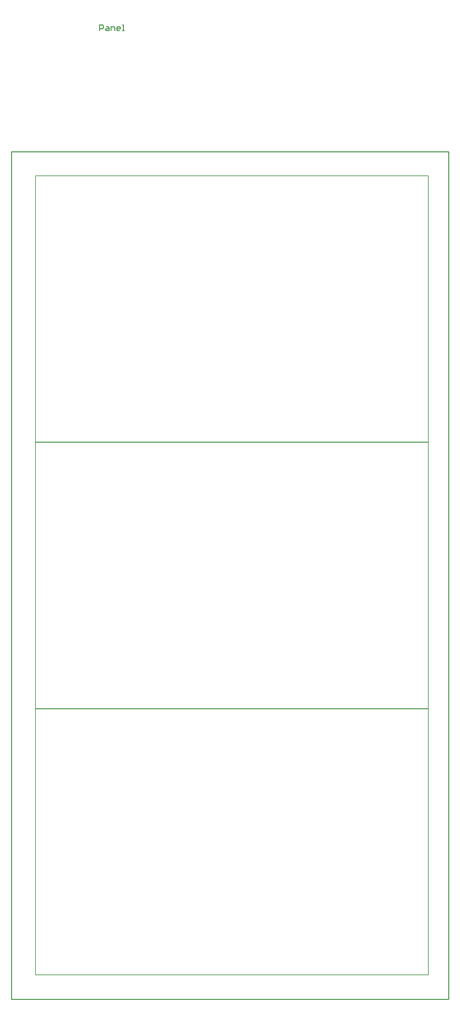
<source format=gm1>
G04 Layer_Color=16711935*
%FSLAX24Y24*%
%MOIN*%
G70*
G01*
G75*
%ADD12C,0.0100*%
%ADD14C,0.0080*%
G54D12*
X0Y0D02*
X45928D01*
X46000D02*
Y89016D01*
X0D02*
X46000D01*
X0Y0D02*
Y89016D01*
X9250Y101750D02*
Y102350D01*
X9550D01*
X9650Y102250D01*
Y102050D01*
X9550Y101950D01*
X9250D01*
X9950Y102150D02*
X10150D01*
X10250Y102050D01*
Y101750D01*
X9950D01*
X9850Y101850D01*
X9950Y101950D01*
X10250D01*
X10450Y101750D02*
Y102150D01*
X10750D01*
X10849Y102050D01*
Y101750D01*
X11349D02*
X11149D01*
X11049Y101850D01*
Y102050D01*
X11149Y102150D01*
X11349D01*
X11449Y102050D01*
Y101950D01*
X11049D01*
X11649Y101750D02*
X11849D01*
X11749D01*
Y102350D01*
X11649D01*
G54D14*
X2542Y30495D02*
X43880D01*
X2542Y2542D02*
X43880D01*
X2542D02*
Y30495D01*
X43880Y2542D02*
Y30495D01*
X2542Y58487D02*
X43880D01*
X2542Y30534D02*
X43880D01*
X2542D02*
Y58487D01*
X43880Y30534D02*
Y58487D01*
X2542Y86479D02*
X43880D01*
X2542Y58526D02*
X43880D01*
X2542D02*
Y86479D01*
X43880Y58526D02*
Y86479D01*
M02*

</source>
